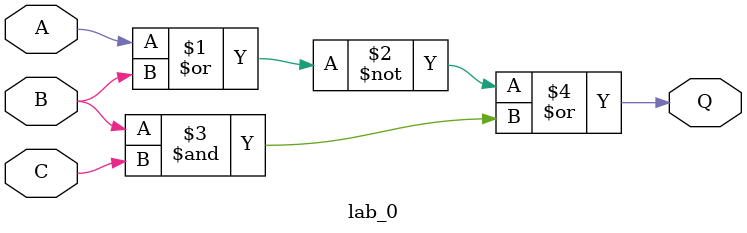
<source format=sv>
`timescale 1ns / 1ps


module lab_0(
    input A,
    input B,
    input C,
    output Q
    );
    assign Q = ~ (A|B)|(B&C);
endmodule

</source>
